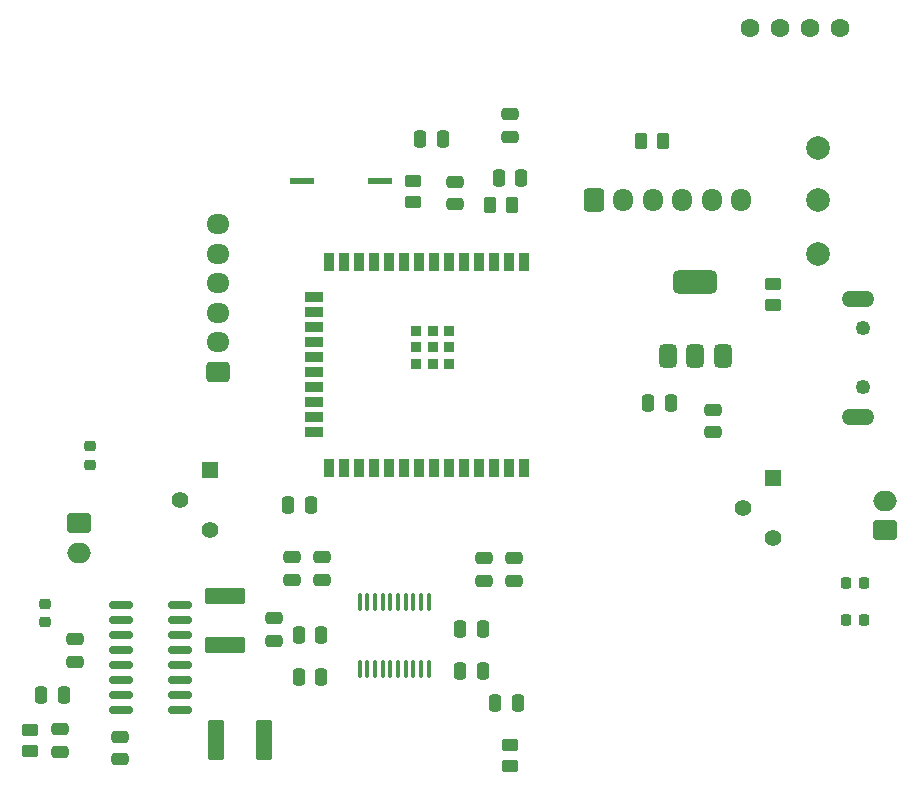
<source format=gbr>
%TF.GenerationSoftware,KiCad,Pcbnew,8.0.3*%
%TF.CreationDate,2024-10-26T03:20:48-07:00*%
%TF.ProjectId,test,74657374-2e6b-4696-9361-645f70636258,rev?*%
%TF.SameCoordinates,Original*%
%TF.FileFunction,Soldermask,Top*%
%TF.FilePolarity,Negative*%
%FSLAX46Y46*%
G04 Gerber Fmt 4.6, Leading zero omitted, Abs format (unit mm)*
G04 Created by KiCad (PCBNEW 8.0.3) date 2024-10-26 03:20:48*
%MOMM*%
%LPD*%
G01*
G04 APERTURE LIST*
G04 Aperture macros list*
%AMRoundRect*
0 Rectangle with rounded corners*
0 $1 Rounding radius*
0 $2 $3 $4 $5 $6 $7 $8 $9 X,Y pos of 4 corners*
0 Add a 4 corners polygon primitive as box body*
4,1,4,$2,$3,$4,$5,$6,$7,$8,$9,$2,$3,0*
0 Add four circle primitives for the rounded corners*
1,1,$1+$1,$2,$3*
1,1,$1+$1,$4,$5*
1,1,$1+$1,$6,$7*
1,1,$1+$1,$8,$9*
0 Add four rect primitives between the rounded corners*
20,1,$1+$1,$2,$3,$4,$5,0*
20,1,$1+$1,$4,$5,$6,$7,0*
20,1,$1+$1,$6,$7,$8,$9,0*
20,1,$1+$1,$8,$9,$2,$3,0*%
G04 Aperture macros list end*
%ADD10C,2.000000*%
%ADD11RoundRect,0.102000X-0.609000X0.609000X-0.609000X-0.609000X0.609000X-0.609000X0.609000X0.609000X0*%
%ADD12C,1.422000*%
%ADD13RoundRect,0.218750X-0.256250X0.218750X-0.256250X-0.218750X0.256250X-0.218750X0.256250X0.218750X0*%
%ADD14RoundRect,0.218750X0.218750X0.256250X-0.218750X0.256250X-0.218750X-0.256250X0.218750X-0.256250X0*%
%ADD15RoundRect,0.218750X-0.218750X-0.256250X0.218750X-0.256250X0.218750X0.256250X-0.218750X0.256250X0*%
%ADD16R,0.900000X1.500000*%
%ADD17R,1.500000X0.900000*%
%ADD18R,0.900000X0.900000*%
%ADD19RoundRect,0.250000X-0.475000X0.250000X-0.475000X-0.250000X0.475000X-0.250000X0.475000X0.250000X0*%
%ADD20RoundRect,0.375000X0.375000X-0.625000X0.375000X0.625000X-0.375000X0.625000X-0.375000X-0.625000X0*%
%ADD21RoundRect,0.500000X1.400000X-0.500000X1.400000X0.500000X-1.400000X0.500000X-1.400000X-0.500000X0*%
%ADD22RoundRect,0.250000X0.250000X0.475000X-0.250000X0.475000X-0.250000X-0.475000X0.250000X-0.475000X0*%
%ADD23RoundRect,0.250000X0.475000X-0.250000X0.475000X0.250000X-0.475000X0.250000X-0.475000X-0.250000X0*%
%ADD24RoundRect,0.250000X0.450000X-0.262500X0.450000X0.262500X-0.450000X0.262500X-0.450000X-0.262500X0*%
%ADD25R,2.108200X0.558800*%
%ADD26RoundRect,0.100000X0.100000X-0.637500X0.100000X0.637500X-0.100000X0.637500X-0.100000X-0.637500X0*%
%ADD27RoundRect,0.249999X-0.450001X-1.450001X0.450001X-1.450001X0.450001X1.450001X-0.450001X1.450001X0*%
%ADD28RoundRect,0.250000X0.262500X0.450000X-0.262500X0.450000X-0.262500X-0.450000X0.262500X-0.450000X0*%
%ADD29RoundRect,0.249999X1.450001X-0.450001X1.450001X0.450001X-1.450001X0.450001X-1.450001X-0.450001X0*%
%ADD30RoundRect,0.250000X-0.250000X-0.475000X0.250000X-0.475000X0.250000X0.475000X-0.250000X0.475000X0*%
%ADD31RoundRect,0.150000X-0.850000X-0.150000X0.850000X-0.150000X0.850000X0.150000X-0.850000X0.150000X0*%
%ADD32RoundRect,0.250000X0.750000X-0.600000X0.750000X0.600000X-0.750000X0.600000X-0.750000X-0.600000X0*%
%ADD33O,2.000000X1.700000*%
%ADD34RoundRect,0.250000X-0.750000X0.600000X-0.750000X-0.600000X0.750000X-0.600000X0.750000X0.600000X0*%
%ADD35C,1.600200*%
%ADD36RoundRect,0.250000X0.725000X-0.600000X0.725000X0.600000X-0.725000X0.600000X-0.725000X-0.600000X0*%
%ADD37O,1.950000X1.700000*%
%ADD38C,1.250000*%
%ADD39O,2.754000X1.354000*%
%ADD40RoundRect,0.250000X-0.600000X-0.725000X0.600000X-0.725000X0.600000X0.725000X-0.600000X0.725000X0*%
%ADD41O,1.700000X1.950000*%
G04 APERTURE END LIST*
D10*
%TO.C,TP1*%
X196850000Y-89655000D03*
%TD*%
%TO.C,TP4*%
X196850000Y-85090000D03*
%TD*%
%TO.C,TP8*%
X196850000Y-80645000D03*
%TD*%
D11*
%TO.C,RV2*%
X145415000Y-107950000D03*
D12*
X142875000Y-110490000D03*
X145415000Y-113030000D03*
%TD*%
D11*
%TO.C,RV1*%
X193040000Y-108585000D03*
D12*
X190500000Y-111125000D03*
X193040000Y-113665000D03*
%TD*%
D13*
%TO.C,FB6*%
X131445000Y-119227500D03*
X131445000Y-120802500D03*
%TD*%
%TO.C,FB5*%
X135255000Y-105892500D03*
X135255000Y-107467500D03*
%TD*%
D14*
%TO.C,FB4*%
X200812500Y-117475000D03*
X199237500Y-117475000D03*
%TD*%
D15*
%TO.C,FB3*%
X199237500Y-120650000D03*
X200812500Y-120650000D03*
%TD*%
D16*
%TO.C,U4*%
X171990000Y-90286000D03*
X170720000Y-90286000D03*
X169450000Y-90286000D03*
X168180000Y-90286000D03*
X166910000Y-90286000D03*
X165640000Y-90286000D03*
X164370000Y-90286000D03*
X163100000Y-90286000D03*
X161830000Y-90286000D03*
X160560000Y-90286000D03*
X159290000Y-90286000D03*
X158020000Y-90286000D03*
X156750000Y-90286000D03*
X155480000Y-90286000D03*
D17*
X154230000Y-93316000D03*
X154230000Y-94586000D03*
X154230000Y-95856000D03*
X154230000Y-97126000D03*
X154230000Y-98396000D03*
X154230000Y-99666000D03*
X154230000Y-100936000D03*
X154230000Y-102206000D03*
X154230000Y-103476000D03*
X154230000Y-104746000D03*
D16*
X155480000Y-107786000D03*
X156750000Y-107786000D03*
X158020000Y-107786000D03*
X159290000Y-107786000D03*
X160560000Y-107786000D03*
X161830000Y-107786000D03*
X163100000Y-107786000D03*
X164370000Y-107786000D03*
X165640000Y-107786000D03*
X166910000Y-107786000D03*
X168180000Y-107786000D03*
X169450000Y-107786000D03*
X170720000Y-107786000D03*
X171990000Y-107786000D03*
D18*
X165670000Y-96136000D03*
X165670000Y-96136000D03*
X164270000Y-96136000D03*
X162870000Y-96136000D03*
X162870000Y-96136000D03*
X165670000Y-97536000D03*
X164270000Y-97536000D03*
X162870000Y-97536000D03*
X162870000Y-97536000D03*
X165670000Y-98936000D03*
X164270000Y-98936000D03*
X162870000Y-98936000D03*
%TD*%
D19*
%TO.C,C6*%
X188022000Y-102806000D03*
X188022000Y-104706000D03*
%TD*%
%TO.C,C9*%
X132715000Y-129860000D03*
X132715000Y-131760000D03*
%TD*%
D20*
%TO.C,U5*%
X184198000Y-98270000D03*
X186498000Y-98270000D03*
D21*
X186498000Y-91970000D03*
D20*
X188798000Y-98270000D03*
%TD*%
D22*
%TO.C,C12*%
X165096000Y-79880000D03*
X163196000Y-79880000D03*
%TD*%
D23*
%TO.C,C5*%
X133985000Y-124140000D03*
X133985000Y-122240000D03*
%TD*%
D24*
%TO.C,R3*%
X130175000Y-131722500D03*
X130175000Y-129897500D03*
%TD*%
D25*
%TO.C,SW3*%
X153225300Y-83436000D03*
X159826700Y-83436000D03*
%TD*%
D26*
%TO.C,U6*%
X158073500Y-124782500D03*
X158723500Y-124782500D03*
X159373500Y-124782500D03*
X160023500Y-124782500D03*
X160673500Y-124782500D03*
X161323500Y-124782500D03*
X161973500Y-124782500D03*
X162623500Y-124782500D03*
X163273500Y-124782500D03*
X163923500Y-124782500D03*
X163923500Y-119057500D03*
X163273500Y-119057500D03*
X162623500Y-119057500D03*
X161973500Y-119057500D03*
X161323500Y-119057500D03*
X160673500Y-119057500D03*
X160023500Y-119057500D03*
X159373500Y-119057500D03*
X158723500Y-119057500D03*
X158073500Y-119057500D03*
%TD*%
D23*
%TO.C,C33*%
X152362500Y-117216000D03*
X152362500Y-115316000D03*
%TD*%
D22*
%TO.C,C31*%
X168486500Y-121412000D03*
X166586500Y-121412000D03*
%TD*%
D27*
%TO.C,C3*%
X145905000Y-130810000D03*
X150005000Y-130810000D03*
%TD*%
D28*
%TO.C,R13*%
X170948500Y-85468000D03*
X169123500Y-85468000D03*
%TD*%
D19*
%TO.C,C28*%
X154902500Y-115316000D03*
X154902500Y-117216000D03*
%TD*%
D28*
%TO.C,R11*%
X183752500Y-80077000D03*
X181927500Y-80077000D03*
%TD*%
D29*
%TO.C,C8*%
X146685000Y-122700000D03*
X146685000Y-118600000D03*
%TD*%
D24*
%TO.C,R12*%
X162622000Y-85261000D03*
X162622000Y-83436000D03*
%TD*%
%TO.C,R14*%
X193040000Y-93980000D03*
X193040000Y-92155000D03*
%TD*%
D30*
%TO.C,C4*%
X131130000Y-127000000D03*
X133030000Y-127000000D03*
%TD*%
D23*
%TO.C,C11*%
X137795000Y-132395000D03*
X137795000Y-130495000D03*
%TD*%
D22*
%TO.C,C25*%
X153920000Y-110868000D03*
X152020000Y-110868000D03*
%TD*%
D23*
%TO.C,C29*%
X150838500Y-122362000D03*
X150838500Y-120462000D03*
%TD*%
D30*
%TO.C,C26*%
X166586500Y-124968000D03*
X168486500Y-124968000D03*
%TD*%
D22*
%TO.C,C34*%
X154836500Y-121920000D03*
X152936500Y-121920000D03*
%TD*%
D19*
%TO.C,C27*%
X171158500Y-115382000D03*
X171158500Y-117282000D03*
%TD*%
D31*
%TO.C,U1*%
X137835000Y-119380000D03*
X137835000Y-120650000D03*
X137835000Y-121920000D03*
X137835000Y-123190000D03*
X137835000Y-124460000D03*
X137835000Y-125730000D03*
X137835000Y-127000000D03*
X137835000Y-128270000D03*
X142835000Y-128270000D03*
X142835000Y-127000000D03*
X142835000Y-125730000D03*
X142835000Y-124460000D03*
X142835000Y-123190000D03*
X142835000Y-121920000D03*
X142835000Y-120650000D03*
X142835000Y-119380000D03*
%TD*%
D30*
%TO.C,C30*%
X152936500Y-125476000D03*
X154836500Y-125476000D03*
%TD*%
D24*
%TO.C,R1*%
X170815000Y-132992500D03*
X170815000Y-131167500D03*
%TD*%
D22*
%TO.C,C1*%
X171445000Y-127635000D03*
X169545000Y-127635000D03*
%TD*%
%TO.C,C7*%
X184400000Y-102232000D03*
X182500000Y-102232000D03*
%TD*%
D23*
%TO.C,C22*%
X166178000Y-85402000D03*
X166178000Y-83502000D03*
%TD*%
D30*
%TO.C,C24*%
X169865000Y-83185000D03*
X171765000Y-83185000D03*
%TD*%
D19*
%TO.C,C32*%
X168618500Y-115382000D03*
X168618500Y-117282000D03*
%TD*%
%TO.C,C23*%
X170815000Y-77790000D03*
X170815000Y-79690000D03*
%TD*%
D32*
%TO.C,J1*%
X202565000Y-113030000D03*
D33*
X202565000Y-110530000D03*
%TD*%
D34*
%TO.C,J2*%
X134320000Y-112415000D03*
D33*
X134320000Y-114915000D03*
%TD*%
D35*
%TO.C,J6*%
X198755000Y-70485000D03*
X196215000Y-70485000D03*
X193675000Y-70485000D03*
X191135000Y-70485000D03*
%TD*%
D36*
%TO.C,J4*%
X146050000Y-99615000D03*
D37*
X146050000Y-97115000D03*
X146050000Y-94615000D03*
X146050000Y-92115000D03*
X146050000Y-89615000D03*
X146050000Y-87115000D03*
%TD*%
D38*
%TO.C,J3*%
X200660000Y-95925000D03*
X200660000Y-100925000D03*
D39*
X200280000Y-93455000D03*
X200280000Y-103395000D03*
%TD*%
D40*
%TO.C,J5*%
X177880000Y-85090000D03*
D41*
X180380000Y-85090000D03*
X182880000Y-85090000D03*
X185380000Y-85090000D03*
X187880000Y-85090000D03*
X190380000Y-85090000D03*
%TD*%
M02*

</source>
